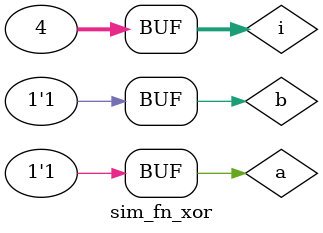
<source format=v>
`include "fn_xor.v"
module sim_fn_xor ;
    integer i;
    reg a,b;
    wire Y;
    fn_xor dut (
        .Y (Y),
        .a (a),
        .b (b)
    );

    initial begin
        $dumpfile("fn_xor.vcd");
        $dumpvars(0);
        for (i=0;i<4;i = i + 1) begin
            {a,b} = i[1:0];
            #10;
        end
    end
endmodule

</source>
